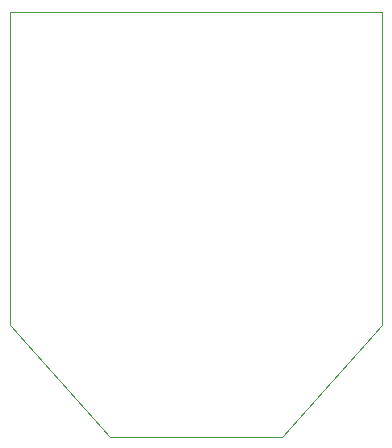
<source format=gbr>
%TF.GenerationSoftware,KiCad,Pcbnew,8.0.2*%
%TF.CreationDate,2024-10-12T15:44:43+02:00*%
%TF.ProjectId,splitX_decoder,73706c69-7458-45f6-9465-636f6465722e,rev?*%
%TF.SameCoordinates,Original*%
%TF.FileFunction,Profile,NP*%
%FSLAX46Y46*%
G04 Gerber Fmt 4.6, Leading zero omitted, Abs format (unit mm)*
G04 Created by KiCad (PCBNEW 8.0.2) date 2024-10-12 15:44:43*
%MOMM*%
%LPD*%
G01*
G04 APERTURE LIST*
%TA.AperFunction,Profile*%
%ADD10C,0.100000*%
%TD*%
G04 APERTURE END LIST*
D10*
X180500000Y-127000000D02*
X172000000Y-136500000D01*
X149000000Y-127000000D02*
X149000000Y-100500000D01*
X157500000Y-136500000D02*
X149000000Y-127000000D01*
X172000000Y-136500000D02*
X157500000Y-136500000D01*
X180500000Y-127000000D02*
X180500000Y-100500000D01*
X149000000Y-100500000D02*
X180500000Y-100500000D01*
M02*

</source>
